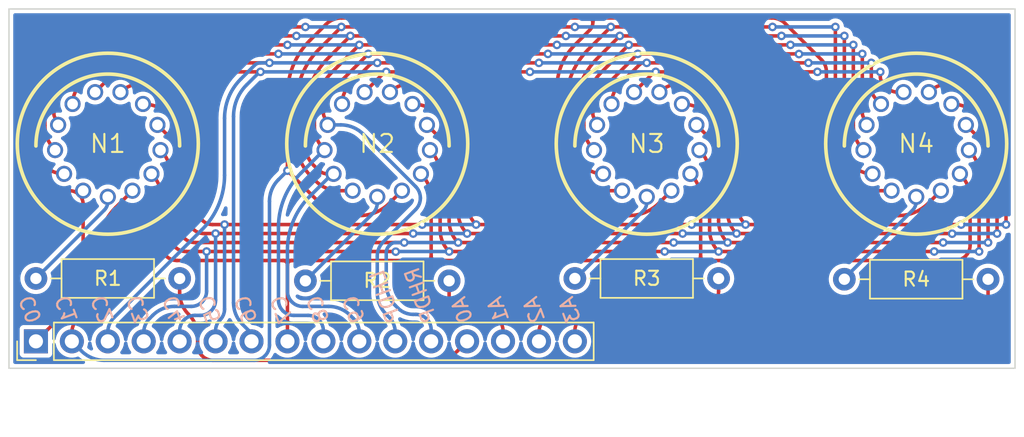
<source format=kicad_pcb>
(kicad_pcb (version 20211014) (generator pcbnew)
  (layers (0 "F.Cu" signal) (31 "B.Cu" signal) (34 "B.Paste" user) (35 "F.Paste" user) (36 "B.SilkS" user "B.Silkscreen") (37 "F.SilkS" user "F.Silkscreen") (38 "B.Mask" user) (39 "F.Mask" user) (44 "Edge.Cuts" user))
  (net 0 "")
  (net 1 "/C0")
  (net 2 "/C1")
  (net 3 "/C2")
  (net 4 "/C3")
  (net 5 "/C4")
  (net 6 "/C5")
  (net 7 "/C6")
  (net 8 "/C7")
  (net 9 "/C8")
  (net 10 "/C9")
  (net 11 "/A0")
  (net 12 "/CA")
  (net 13 "/CB")
  (net 14 "/A1")
  (net 15 "/A2")
  (net 16 "/A3")
  (net 17 "Net-(N1-PadA)")
  (net 18 "Net-(N2-PadA)")
  (net 19 "Net-(N3-PadA)")
  (net 20 "Net-(N4-PadA)")
  (footprint "nixies-us.mod:nixies-us-IN-16" (layer "F.Cu") (at 44.45 25.4)
    (fp_text reference "N2")
    (fp_text value "IN-16" hide)
  )
  (footprint "Resistor_THT:R_Axial_DIN0207_L6.3mm_D2.5mm_P10.16mm_Horizontal" (layer "F.Cu") (at 58.42 34.925)
    (fp_text reference "R3")
    (fp_text value "22k")
  )
  (footprint "Resistor_THT:R_Axial_DIN0207_L6.3mm_D2.5mm_P10.16mm_Horizontal" (layer "F.Cu") (at 20.32 34.925)
    (fp_text reference "R1")
    (fp_text value "22k")
  )
  (footprint "nixies-us.mod:nixies-us-IN-16" (layer "F.Cu") (at 82.55 25.4)
    (fp_text reference "N4")
    (fp_text value "IN-16" hide)
  )
  (footprint "Connector_PinHeader_2.54mm:PinHeader_1x16_P2.54mm_Vertical" (layer "F.Cu") (at 20.32 39.37 90)
    (fp_text reference "J1" hide)
    (fp_text value "Conn_01x16_Male")
  )
  (footprint "Resistor_THT:R_Axial_DIN0207_L6.3mm_D2.5mm_P10.16mm_Horizontal" (layer "F.Cu") (at 39.37 35.09088)
    (fp_text reference "R2")
    (fp_text value "22k")
  )
  (footprint "nixies-us.mod:nixies-us-IN-16" (layer "F.Cu") (at 25.4 25.4)
    (fp_text reference "N1")
    (fp_text value "IN-16" hide)
  )
  (footprint "Resistor_THT:R_Axial_DIN0207_L6.3mm_D2.5mm_P10.16mm_Horizontal" (layer "F.Cu") (at 77.47 34.98088)
    (fp_text reference "R4")
    (fp_text value "22k")
  )
  (footprint "nixies-us.mod:nixies-us-IN-16" (layer "F.Cu") (at 63.5 25.4)
    (fp_text reference "N3")
    (fp_text value "IN-16" hide)
  )
  (gr_line (start 89.535 15.875) (end 89.535 41.275) (layer "Edge.Cuts") (width 0.1))
  (gr_line (start 89.535 41.275) (end 18.415 41.275) (layer "Edge.Cuts") (width 0.1))
  (gr_line (start 18.415 41.275) (end 18.415 15.875) (layer "Edge.Cuts") (width 0.1))
  (gr_line (start 18.415 15.875) (end 89.535 15.875) (layer "Edge.Cuts") (width 0.1))
  (gr_text "IN-16 Carrier Board Rev 1" (at 76.835 40.005) (layer "F.Cu") (effects (font (size 1.2 1.2) (thickness 0.2))))
  (gr_text "C1" (at 22.86 38.1 110) (layer "B.SilkS") (effects (font (size 1 1)) (justify right mirror)))
  (gr_text "C4" (at 30.48 38.1 110) (layer "B.SilkS") (effects (font (size 1 1)) (justify right mirror)))
  (gr_text "A1" (at 53.339926 38.088387 110) (layer "B.SilkS") (effects (font (size 1 1)) (justify right mirror)))
  (gr_text "A3" (at 58.419634 38.088387 110) (layer "B.SilkS") (effects (font (size 1 1)) (justify right mirror)))
  (gr_text "C5" (at 33.008753 38.088241 110) (layer "B.SilkS") (effects (font (size 1 1)) (justify right mirror)))
  (gr_text "A2" (at 55.87978 38.088387 110) (layer "B.SilkS") (effects (font (size 1 1)) (justify right mirror)))
  (gr_text "C2" (at 25.4 38.1 110) (layer "B.SilkS") (effects (font (size 1 1)) (justify right mirror)))
  (gr_text "C9" (at 43.18 38.1 110) (layer "B.SilkS") (effects (font (size 1 1)) (justify right mirror)))
  (gr_text "C8" (at 40.64 38.1 110) (layer "B.SilkS") (effects (font (size 1 1)) (justify right mirror)))
  (gr_text "LHDP" (at 45.72 38.1 110) (layer "B.SilkS") (effects (font (size 1 1)) (justify right mirror)))
  (gr_text "C7" (at 38.08846 38.099999 110) (layer "B.SilkS") (effects (font (size 1 1)) (justify right mirror)))
  (gr_text "A0" (at 50.8 38.1 110) (layer "B.SilkS") (effects (font (size 1 1)) (justify right mirror)))
  (gr_text "C3" (at 27.929046 38.088241 110) (layer "B.SilkS") (effects (font (size 1 1)) (justify right mirror)))
  (gr_text "C0" (at 20.309485 38.099999 110) (layer "B.SilkS") (effects (font (size 1 1)) (justify right mirror)))
  (gr_text "RHDP" (at 48.26 38.1 110) (layer "B.SilkS") (effects (font (size 1 1)) (justify right mirror)))
  (gr_text "C6" (at 35.548607 38.099999 110) (layer "B.SilkS") (effects (font (size 1 1)) (justify right mirror)))
  (segment (start 59.158412 28.043412) (end 58.81116 27.69616) (width 0.25) (layer "F.Cu") (net 1))
  (segment (start 41.74744 28.72232) (end 42.70756 28.72232) (width 0.25) (layer "F.Cu") (net 1))
  (segment (start 41.91 17.145) (end 58.42 17.145) (width 0.25) (layer "F.Cu") (net 1))
  (segment (start 60.96 17.145) (end 72.39 17.145) (width 0.25) (layer "F.Cu") (net 1))
  (segment (start 76.835 25.21879) (end 76.835 17.145) (width 0.25) (layer "F.Cu") (net 1))
  (segment (start 77.86116 27.69616) (end 78.208412 28.043412) (width 0.25) (layer "F.Cu") (net 1))
  (segment (start 60.79744 28.72232) (end 61.75756 28.72232) (width 0.25) (layer "F.Cu") (net 1))
  (segment (start 41.91 17.145) (end 40.3225 18.7325) (width 0.25) (layer "F.Cu") (net 1))
  (segment (start 40.108412 28.043412) (end 39.76116 27.69616) (width 0.25) (layer "F.Cu") (net 1))
  (segment (start 21.058412 28.043412) (end 20.71116 27.69616) (width 0.25) (layer "F.Cu") (net 1))
  (segment (start 60.96 17.145) (end 59.3725 18.7325) (width 0.25) (layer "F.Cu") (net 1))
  (segment (start 23.65756 33.778476) (end 23.65756 29.68244) (width 0.25) (layer "F.Cu") (net 1))
  (segment (start 22.063767 37.626232) (end 20.32 39.37) (width 0.25) (layer "F.Cu") (net 1))
  (segment (start 19.685 22.565064) (end 19.685 25.21879) (width 0.25) (layer "F.Cu") (net 1))
  (segment (start 79.84744 28.72232) (end 80.80756 28.72232) (width 0.25) (layer "F.Cu") (net 1))
  (segment (start 38.735 25.21879) (end 38.735 22.565064) (width 0.25) (layer "F.Cu") (net 1))
  (segment (start 25.105064 17.145) (end 39.37 17.145) (width 0.25) (layer "F.Cu") (net 1))
  (segment (start 57.785 25.21879) (end 57.785 22.565064) (width 0.25) (layer "F.Cu") (net 1))
  (via (at 41.91 17.145) (size 0.6) (drill 0.3) (layers "F.Cu" "B.Cu") (net 1))
  (via (at 72.39 17.145) (size 0.6) (drill 0.3) (layers "F.Cu" "B.Cu") (net 1))
  (via (at 76.835 17.145) (size 0.6) (drill 0.3) (layers "F.Cu" "B.Cu") (net 1))
  (via (at 60.96 17.145) (size 0.6) (drill 0.3) (layers "F.Cu" "B.Cu") (net 1))
  (via (at 39.37 17.145) (size 0.6) (drill 0.3) (layers "F.Cu" "B.Cu") (net 1))
  (via (at 58.42 17.145) (size 0.6) (drill 0.3) (layers "F.Cu" "B.Cu") (net 1))
  (arc (start 23.65756 33.778476) (mid 23.243346 35.860866) (end 22.063767 37.626232) (width 0.25) (layer "F.Cu") (net 1))
  (arc (start 21.058412 28.043412) (mid 21.810404 28.545877) (end 22.69744 28.72232) (width 0.25) (layer "F.Cu") (net 1))
  (arc (start 59.3725 18.7325) (mid 58.197577 20.490895) (end 57.785 22.565064) (width 0.25) (layer "F.Cu") (net 1))
  (arc (start 23.65756 29.68244) (mid 23.376347 29.003532) (end 22.69744 28.72232) (width 0.25) (layer "F.Cu") (net 1))
  (arc (start 38.735 25.21879) (mid 39.00169 26.559533) (end 39.76116 27.69616) (width 0.25) (layer "F.Cu") (net 1))
  (arc (start 76.835 25.21879) (mid 77.10169 26.559533) (end 77.86116 27.69616) (width 0.25) (layer "F.Cu") (net 1))
  (arc (start 78.208412 28.043412) (mid 78.960404 28.545877) (end 79.84744 28.72232) (width 0.25) (layer "F.Cu") (net 1))
  (arc (start 25.105064 17.145) (mid 23.030895 17.557577) (end 21.2725 18.7325) (width 0.25) (layer "F.Cu") (net 1))
  (arc (start 40.3225 18.7325) (mid 39.147577 20.490895) (end 38.735 22.565064) (width 0.25) (layer "F.Cu") (net 1))
  (arc (start 21.2725 18.7325) (mid 20.097577 20.490895) (end 19.685 22.565064) (width 0.25) (layer "F.Cu") (net 1))
  (arc (start 40.108412 28.043412) (mid 40.860404 28.545877) (end 41.74744 28.72232) (width 0.25) (layer "F.Cu") (net 1))
  (arc (start 59.158412 28.043412) (mid 59.910404 28.545877) (end 60.79744 28.72232) (width 0.25) (layer "F.Cu") (net 1))
  (arc (start 57.785 25.21879) (mid 58.05169 26.559533) (end 58.81116 27.69616) (width 0.25) (layer "F.Cu") (net 1))
  (arc (start 19.685 25.21879) (mid 19.95169 26.559533) (end 20.71116 27.69616) (width 0.25) (layer "F.Cu") (net 1))
  (segment (start 41.91 17.145) (end 39.37 17.145) (width 0.25) (layer "B.Cu") (net 1))
  (segment (start 76.835 17.145) (end 72.39 17.145) (width 0.25) (layer "B.Cu") (net 1))
  (segment (start 60.96 17.145) (end 58.42 17.145) (width 0.25) (layer "B.Cu") (net 1))
  (segment (start 76.2 20.298732) (end 76.2 25.059935) (width 0.25) (layer "F.Cu") (net 2))
  (segment (start 61.90488 30.48) (end 62.241892 30.48) (width 0.25) (layer "F.Cu") (net 2))
  (segment (start 60.0075 16.51) (end 72.338431 16.51) (width 0.25) (layer "F.Cu") (net 2))
  (segment (start 22.86 38.77056) (end 22.86 39.37) (width 0.25) (layer "F.Cu") (net 2))
  (segment (start 25.95372 29.91104) (end 27.14244 28.72232) (width 0.25) (layer "F.Cu") (net 2))
  (segment (start 40.157856 29.362856) (end 38.1 27.305) (width 0.25) (layer "F.Cu") (net 2))
  (segment (start 64.3636 29.60116) (end 65.24244 28.72232) (width 0.25) (layer "F.Cu") (net 2))
  (segment (start 59.3725 16.51) (end 60.0075 16.51) (width 0.25) (layer "F.Cu") (net 2))
  (segment (start 24.765 34.919081) (end 24.765 32.780863) (width 0.25) (layer "F.Cu") (net 2))
  (segment (start 73.293675 16.905675) (end 75.855828 19.467828) (width 0.25) (layer "F.Cu") (net 2))
  (segment (start 23.812499 37.218619) (end 23.283868 37.747251) (width 0.25) (layer "F.Cu") (net 2))
  (segment (start 45.3136 29.60116) (end 46.19244 28.72232) (width 0.25) (layer "F.Cu") (net 2))
  (segment (start 39.6875 18.0975) (end 40.813919 16.971081) (width 0.25) (layer "F.Cu") (net 2))
  (segment (start 38.1 26.3525) (end 38.1 26.9875) (width 0.25) (layer "F.Cu") (net 2))
  (segment (start 38.1 26.9875) (end 38.1 27.305) (width 0.25) (layer "F.Cu") (net 2))
  (segment (start 78.257856 29.362856) (end 77.7875 28.8925) (width 0.25) (layer "F.Cu") (net 2))
  (segment (start 58.419999 18.414999) (end 59.465493 17.369506) (width 0.25) (layer "F.Cu") (net 2))
  (segment (start 83.4136 29.60116) (end 84.29244 28.72232) (width 0.25) (layer "F.Cu") (net 2))
  (segment (start 57.15 25.059935) (end 57.15 21.481051) (width 0.25) (layer "F.Cu") (net 2))
  (segment (start 80.95488 30.48) (end 81.291892 30.48) (width 0.25) (layer "F.Cu") (net 2))
  (segment (start 59.3725 16.51) (end 41.927067 16.51) (width 0.25) (layer "F.Cu") (net 2))
  (segment (start 59.207856 29.362856) (end 58.7375 28.8925) (width 0.25) (layer "F.Cu") (net 2))
  (segment (start 38.1 26.3525) (end 38.1 21.930064) (width 0.25) (layer "F.Cu") (net 2))
  (segment (start 42.85488 30.48) (end 43.191892 30.48) (width 0.25) (layer "F.Cu") (net 2))
  (via (at 38.1 27.305) (size 0.6) (drill 0.3) (layers "F.Cu" "B.Cu") (net 2))
  (arc (start 23.283868 37.747251) (mid 22.970159 38.216749) (end 22.86 38.77056) (width 0.25) (layer "F.Cu") (net 2))
  (arc (start 64.3636 29.60116) (mid 63.390152 30.251596) (end 62.241892 30.48) (width 0.25) (layer "F.Cu") (net 2))
  (arc (start 58.419999 18.414999) (mid 57.480061 19.821715) (end 57.15 21.481051) (width 0.25) (layer "F.Cu") (net 2))
  (arc (start 57.15 25.059935) (mid 57.562577 27.134104) (end 58.7375 28.8925) (width 0.25) (layer "F.Cu") (net 2))
  (arc (start 39.6875 18.0975) (mid 38.512577 19.855895) (end 38.1 21.930064) (width 0.25) (layer "F.Cu") (net 2))
  (arc (start 59.207856 29.362856) (mid 60.445261 30.189663) (end 61.90488 30.48) (width 0.25) (layer "F.Cu") (net 2))
  (arc (start 78.257856 29.362856) (mid 79.495261 30.189663) (end 80.95488 30.48) (width 0.25) (layer "F.Cu") (net 2))
  (arc (start 40.157856 29.362856) (mid 41.395261 30.189663) (end 42.85488 30.48) (width 0.25) (layer "F.Cu") (net 2))
  (arc (start 24.765 34.919081) (mid 24.517453 36.163582) (end 23.812499 37.218619) (width 0.25) (layer "F.Cu") (net 2))
  (arc (start 73.293675 16.905675) (mid 72.855405 16.612833) (end 72.338431 16.51) (width 0.25) (layer "F.Cu") (net 2))
  (arc (start 59.69 16.8275) (mid 59.597006 16.602993) (end 59.3725 16.51) (width 0.25) (layer "F.Cu") (net 2))
  (arc (start 41.927067 16.51) (mid 41.324636 16.629831) (end 40.813919 16.971081) (width 0.25) (layer "F.Cu") (net 2))
  (arc (start 83.4136 29.60116) (mid 82.440152 30.251596) (end 81.291892 30.48) (width 0.25) (layer "F.Cu") (net 2))
  (arc (start 45.3136 29.60116) (mid 44.340152 30.251596) (end 43.191892 30.48) (width 0.25) (layer "F.Cu") (net 2))
  (arc (start 25.95372 29.91104) (mid 25.073938 31.227726) (end 24.765 32.780863) (width 0.25) (layer "F.Cu") (net 2))
  (arc (start 60.0075 16.51) (mid 59.782993 16.602993) (end 59.69 16.8275) (width 0.25) (layer "F.Cu") (net 2))
  (arc (start 59.69 16.8275) (mid 59.631652 17.120831) (end 59.465493 17.369506) (width 0.25) (layer "F.Cu") (net 2))
  (arc (start 76.2 20.298732) (mid 76.110553 19.84905) (end 75.855828 19.467828) (width 0.25) (layer "F.Cu") (net 2))
  (arc (start 76.2 25.059935) (mid 76.612577 27.134104) (end 77.7875 28.8925) (width 0.25) (layer "F.Cu") (net 2))
  (segment (start 37.465 27.94) (end 38.1 27.305) (width 0.25) (layer "B.Cu") (net 2))
  (segment (start 23.53056 40.04056) (end 22.86 39.37) (width 0.25) (layer "B.Cu") (net 2))
  (segment (start 25.149435 40.71112) (end 35.745987 40.71112) (width 0.25) (layer "B.Cu") (net 2))
  (segment (start 36.83 39.627107) (end 36.83 29.473025) (width 0.25) (layer "B.Cu") (net 2))
  (arc (start 37.465 27.94) (mid 36.995031 28.643357) (end 36.83 29.473025) (width 0.25) (layer "B.Cu") (net 2))
  (arc (start 36.5125 40.39362) (mid 36.16082 40.628604) (end 35.745987 40.71112) (width 0.25) (layer "B.Cu") (net 2))
  (arc (start 23.53056 40.04056) (mid 24.273306 40.536847) (end 25.149435 40.71112) (width 0.25) (layer "B.Cu") (net 2))
  (arc (start 36.83 39.627107) (mid 36.747484 40.04194) (end 36.5125 40.39362) (width 0.25) (layer "B.Cu") (net 2))
  (segment (start 42.529776 21.217153) (end 43.924726 19.822203) (width 0.25) (layer "F.Cu") (net 3))
  (segment (start 63.5 19.685) (end 63.305965 19.685) (width 0.25) (layer "F.Cu") (net 3))
  (segment (start 79.375 19.685) (end 79.375 21.420026) (width 0.25) (layer "F.Cu") (net 3))
  (segment (start 23.479742 21.217187) (end 23.961365 20.735565) (width 0.25) (layer "F.Cu") (net 3))
  (segment (start 44.45 19.685) (end 55.88 19.685) (width 0.25) (layer "F.Cu") (net 3))
  (segment (start 61.57975 21.217179) (end 62.974726 19.822203) (width 0.25) (layer "F.Cu") (net 3))
  (segment (start 44.45 19.685) (end 44.255965 19.685) (width 0.25) (layer "F.Cu") (net 3))
  (segment (start 79.7179 22.24786) (end 80.0608 22.59076) (width 0.25) (layer "F.Cu") (net 3))
  (segment (start 26.497653 19.685) (end 36.83 19.685) (width 0.25) (layer "F.Cu") (net 3))
  (segment (start 63.5 19.685) (end 74.93 19.685) (width 0.25) (layer "F.Cu") (net 3))
  (via (at 44.45 19.685) (size 0.6) (drill 0.3) (layers "F.Cu" "B.Cu") (net 3))
  (via (at 79.375 19.685) (size 0.6) (drill 0.3) (layers "F.Cu" "B.Cu") (net 3))
  (via (at 74.93 19.685) (size 0.6) (drill 0.3) (layers "F.Cu" "B.Cu") (net 3))
  (via (at 63.5 19.685) (size 0.6) (drill 0.3) (layers "F.Cu" "B.Cu") (net 3))
  (via (at 36.83 19.685) (size 0.6) (drill 0.3) (layers "F.Cu" "B.Cu") (net 3))
  (via (at 55.88 19.685) (size 0.6) (drill 0.3) (layers "F.Cu" "B.Cu") (net 3))
  (arc (start 44.255965 19.685) (mid 44.076699 19.720657) (end 43.924726 19.822203) (width 0.25) (layer "F.Cu") (net 3))
  (arc (start 79.375 21.420026) (mid 79.464116 21.868046) (end 79.7179 22.24786) (width 0.25) (layer "F.Cu") (net 3))
  (arc (start 23.479742 21.217187) (mid 23.058664 21.847375) (end 22.9108 22.59076) (width 0.25) (layer "F.Cu") (net 3))
  (arc (start 61.57975 21.217179) (mid 61.158666 21.847376) (end 61.0108 22.59076) (width 0.25) (layer "F.Cu") (net 3))
  (arc (start 26.497653 19.685) (mid 25.125023 19.958032) (end 23.961365 20.735565) (width 0.25) (layer "F.Cu") (net 3))
  (arc (start 63.305965 19.685) (mid 63.126699 19.720657) (end 62.974726 19.822203) (width 0.25) (layer "F.Cu") (net 3))
  (arc (start 42.529776 21.217153) (mid 42.108673 21.847379) (end 41.9608 22.59076) (width 0.25) (layer "F.Cu") (net 3))
  (segment (start 25.4 38.751895) (end 25.4 39.37) (width 0.25) (layer "B.Cu") (net 3))
  (segment (start 35.773334 19.858471) (end 34.800903 20.830903) (width 0.25) (layer "B.Cu") (net 3))
  (segment (start 32.061207 31.472582) (end 25.837066 37.696723) (width 0.25) (layer "B.Cu") (net 3))
  (segment (start 63.5 19.685) (end 55.88 19.685) (width 0.25) (layer "B.Cu") (net 3))
  (segment (start 44.45 19.685) (end 36.83 19.685) (width 0.25) (layer "B.Cu") (net 3))
  (segment (start 33.655 27.624826) (end 33.655 23.597359) (width 0.25) (layer "B.Cu") (net 3))
  (segment (start 79.375 19.685) (end 74.93 19.685) (width 0.25) (layer "B.Cu") (net 3))
  (segment (start 36.19213 19.685) (end 36.83 19.685) (width 0.25) (layer "B.Cu") (net 3))
  (arc (start 36.19213 19.685) (mid 35.965479 19.730084) (end 35.773334 19.858471) (width 0.25) (layer "B.Cu") (net 3))
  (arc (start 25.837066 37.696723) (mid 25.513589 38.18084) (end 25.4 38.751895) (width 0.25) (layer "B.Cu") (net 3))
  (arc (start 33.655 27.624826) (mid 33.240786 29.707216) (end 32.061207 31.472582) (width 0.25) (layer "B.Cu") (net 3))
  (arc (start 34.800903 20.830903) (mid 33.95281 22.100163) (end 33.655 23.597359) (width 0.25) (layer "B.Cu") (net 3))
  (segment (start 64.77 33.02) (end 49.53 33.02) (width 0.25) (layer "F.Cu") (net 4))
  (segment (start 29.128898 25.854838) (end 29.12618 25.85212) (width 0.25) (layer "F.Cu") (net 4))
  (segment (start 48.895 27.587487) (end 48.895 31.486978) (width 0.25) (layer "F.Cu") (net 4))
  (segment (start 67.945 27.587561) (end 67.945 31.487054) (width 0.25) (layer "F.Cu") (net 4))
  (segment (start 86.995 27.587549) (end 86.995 33.02) (width 0.25) (layer "F.Cu") (net 4))
  (segment (start 45.755 33.0305) (end 45.74975 33.02525) (width 0.25) (layer "F.Cu") (net 4))
  (segment (start 30.929012 33.02) (end 45.737075 33.02) (width 0.25) (layer "F.Cu") (net 4))
  (segment (start 83.82 33.02) (end 68.58 33.02) (width 0.25) (layer "F.Cu") (net 4))
  (segment (start 29.845 31.935987) (end 29.845 27.583662) (width 0.25) (layer "F.Cu") (net 4))
  (via (at 64.77 33.02) (size 0.6) (drill 0.3) (layers "F.Cu" "B.Cu") (net 4))
  (via (at 68.58 33.02) (size 0.6) (drill 0.3) (layers "F.Cu" "B.Cu") (net 4))
  (via (at 45.755 33.0305) (size 0.6) (drill 0.3) (layers "F.Cu" "B.Cu") (net 4))
  (via (at 32.385 33.02) (size 0.6) (drill 0.3) (layers "F.Cu" "B.Cu") (net 4))
  (via (at 49.53 33.02) (size 0.6) (drill 0.3) (layers "F.Cu" "B.Cu") (net 4))
  (via (at 86.995 33.02) (size 0.6) (drill 0.3) (layers "F.Cu" "B.Cu") (net 4))
  (via (at 83.82 33.02) (size 0.6) (drill 0.3) (layers "F.Cu" "B.Cu") (net 4))
  (arc (start 45.74975 33.02525) (mid 45.743934 33.021364) (end 45.737075 33.02) (width 0.25) (layer "F.Cu") (net 4))
  (arc (start 29.128898 25.854838) (mid 29.658891 26.648029) (end 29.845 27.583662) (width 0.25) (layer "F.Cu") (net 4))
  (arc (start 67.22618 25.85212) (mid 67.758175 26.648326) (end 67.945 27.587561) (width 0.25) (layer "F.Cu") (net 4))
  (arc (start 86.27618 25.85212) (mid 86.808177 26.648325) (end 86.995 27.587549) (width 0.25) (layer "F.Cu") (net 4))
  (arc (start 48.895 31.486978) (mid 49.06003 32.316641) (end 49.53 33.02) (width 0.25) (layer "F.Cu") (net 4))
  (arc (start 29.845 31.935987) (mid 29.927515 32.35082) (end 30.1625 32.7025) (width 0.25) (layer "F.Cu") (net 4))
  (arc (start 30.1625 32.7025) (mid 30.514178 32.937484) (end 30.929012 33.02) (width 0.25) (layer "F.Cu") (net 4))
  (arc (start 67.945 31.487054) (mid 68.110016 32.316647) (end 68.58 33.02) (width 0.25) (layer "F.Cu") (net 4))
  (arc (start 48.17618 25.85212) (mid 48.708188 26.64832) (end 48.895 27.587487) (width 0.25) (layer "F.Cu") (net 4))
  (segment (start 45.772924 33.02) (end 49.53 33.02) (width 0.25) (layer "B.Cu") (net 4))
  (segment (start 28.574999 37.536119) (end 28.363868 37.747251) (width 0.25) (layer "B.Cu") (net 4))
  (segment (start 32.385 35.817107) (end 32.385 33.02) (width 0.25) (layer "B.Cu") (net 4))
  (segment (start 68.58 33.02) (end 64.77 33.02) (width 0.25) (layer "B.Cu") (net 4))
  (segment (start 27.94 38.77056) (end 27.94 39.37) (width 0.25) (layer "B.Cu") (net 4))
  (segment (start 30.108025 36.90112) (end 31.300987 36.90112) (width 0.25) (layer "B.Cu") (net 4))
  (segment (start 83.82 33.02) (end 86.995 33.02) (width 0.25) (layer "B.Cu") (net 4))
  (segment (start 45.76025 33.02525) (end 45.755 33.0305) (width 0.25) (layer "B.Cu") (net 4))
  (arc (start 32.385 35.817107) (mid 32.302484 36.23194) (end 32.0675 36.58362) (width 0.25) (layer "B.Cu") (net 4))
  (arc (start 28.363868 37.747251) (mid 28.050159 38.216749) (end 27.94 38.77056) (width 0.25) (layer "B.Cu") (net 4))
  (arc (start 45.772924 33.02) (mid 45.766065 33.021364) (end 45.76025 33.02525) (width 0.25) (layer "B.Cu") (net 4))
  (arc (start 32.0675 36.58362) (mid 31.71582 36.818604) (end 31.300987 36.90112) (width 0.25) (layer "B.Cu") (net 4))
  (arc (start 30.108025 36.90112) (mid 29.278357 37.06615) (end 28.574999 37.536119) (width 0.25) (layer "B.Cu") (net 4))
  (segment (start 67.784354 23.334354) (end 68.12788 23.67788) (width 0.25) (layer "F.Cu") (net 5))
  (segment (start 69.215 26.302419) (end 69.215 30.21698) (width 0.25) (layer "F.Cu") (net 5))
  (segment (start 69.85 31.75) (end 85.072075 31.75) (width 0.25) (layer "F.Cu") (net 5))
  (segment (start 29.684349 23.334349) (end 30.02788 23.67788) (width 0.25) (layer "F.Cu") (net 5))
  (segment (start 33.02 31.75) (end 46.99 31.75) (width 0.25) (layer "F.Cu") (net 5))
  (segment (start 86.834323 23.334323) (end 87.17788 23.67788) (width 0.25) (layer "F.Cu") (net 5))
  (segment (start 49.07788 23.67788) (end 48.734353 23.334353) (width 0.25) (layer "F.Cu") (net 5))
  (segment (start 88.265 31.75) (end 88.265 26.302419) (width 0.25) (layer "F.Cu") (net 5))
  (segment (start 50.8 31.75) (end 66.04 31.75) (width 0.25) (layer "F.Cu") (net 5))
  (segment (start 50.165 26.302419) (end 50.165 30.21699) (width 0.25) (layer "F.Cu") (net 5))
  (segment (start 32.198761 31.749853) (end 33.019749 31.749853) (width 0.25) (layer "F.Cu") (net 5))
  (segment (start 33.02 31.75) (end 33.019926 31.749926) (width 0.25) (layer "F.Cu") (net 5))
  (segment (start 31.115 30.666091) (end 31.115 26.302419) (width 0.25) (layer "F.Cu") (net 5))
  (segment (start 85.09 31.7605) (end 85.08475 31.75525) (width 0.25) (layer "F.Cu") (net 5))
  (via (at 69.85 31.75) (size 0.6) (drill 0.3) (layers "F.Cu" "B.Cu") (net 5))
  (via (at 66.04 31.75) (size 0.6) (drill 0.3) (layers "F.Cu" "B.Cu") (net 5))
  (via (at 33.02 31.75) (size 0.6) (drill 0.3) (layers "F.Cu" "B.Cu") (net 5))
  (via (at 46.99 31.75) (size 0.6) (drill 0.3) (layers "F.Cu" "B.Cu") (net 5))
  (via (at 50.8 31.75) (size 0.6) (drill 0.3) (layers "F.Cu" "B.Cu") (net 5))
  (via (at 88.265 31.75) (size 0.6) (drill 0.3) (layers "F.Cu" "B.Cu") (net 5))
  (via (at 85.09 31.7605) (size 0.6) (drill 0.3) (layers "F.Cu" "B.Cu") (net 5))
  (arc (start 87.17788 23.67788) (mid 87.982466 24.882028) (end 88.265 26.302419) (width 0.25) (layer "F.Cu") (net 5))
  (arc (start 67.784354 23.334354) (mid 66.960713 22.784014) (end 65.9892 22.59076) (width 0.25) (layer "F.Cu") (net 5))
  (arc (start 33.019926 31.749926) (mid 33.019844 31.749871) (end 33.019749 31.749853) (width 0.25) (layer "F.Cu") (net 5))
  (arc (start 86.834323 23.334323) (mid 86.010715 22.784006) (end 85.0392 22.59076) (width 0.25) (layer "F.Cu") (net 5))
  (arc (start 29.684349 23.334349) (mid 28.860713 22.784013) (end 27.8892 22.59076) (width 0.25) (layer "F.Cu") (net 5))
  (arc (start 31.115 30.666091) (mid 31.197496 31.080828) (end 31.432426 31.432426) (width 0.25) (layer "F.Cu") (net 5))
  (arc (start 68.12788 23.67788) (mid 68.932466 24.882028) (end 69.215 26.302419) (width 0.25) (layer "F.Cu") (net 5))
  (arc (start 31.432426 31.432426) (mid 31.784023 31.667356) (end 32.198761 31.749853) (width 0.25) (layer "F.Cu") (net 5))
  (arc (start 69.215 30.21698) (mid 69.38003 31.046641) (end 69.85 31.75) (width 0.25) (layer "F.Cu") (net 5))
  (arc (start 48.734353 23.334353) (mid 47.910712 22.784014) (end 46.9392 22.59076) (width 0.25) (layer "F.Cu") (net 5))
  (arc (start 49.07788 23.67788) (mid 49.882466 24.882028) (end 50.165 26.302419) (width 0.25) (layer "F.Cu") (net 5))
  (arc (start 30.02788 23.67788) (mid 30.832466 24.882028) (end 31.115 26.302419) (width 0.25) (layer "F.Cu") (net 5))
  (arc (start 85.08475 31.75525) (mid 85.078934 31.751364) (end 85.072075 31.75) (width 0.25) (layer "F.Cu") (net 5))
  (arc (start 50.165 30.21699) (mid 50.330028 31.046642) (end 50.8 31.75) (width 0.25) (layer "F.Cu") (net 5))
  (segment (start 33.02 36.452107) (end 33.02 31.75) (width 0.25) (layer "B.Cu") (net 5))
  (segment (start 85.09525 31.75525) (end 85.09 31.7605) (width 0.25) (layer "B.Cu") (net 5))
  (segment (start 30.48 38.620132) (end 30.48 39.37) (width 0.25) (layer "B.Cu") (net 5))
  (segment (start 31.564012 37.53612) (end 31.935987 37.53612) (width 0.25) (layer "B.Cu") (net 5))
  (segment (start 88.265 31.75) (end 85.107924 31.75) (width 0.25) (layer "B.Cu") (net 5))
  (segment (start 66.04 31.75) (end 69.85 31.75) (width 0.25) (layer "B.Cu") (net 5))
  (segment (start 50.8 31.75) (end 46.99 31.75) (width 0.25) (layer "B.Cu") (net 5))
  (arc (start 33.02 36.452107) (mid 32.937484 36.86694) (end 32.7025 37.21862) (width 0.25) (layer "B.Cu") (net 5))
  (arc (start 31.564012 37.53612) (mid 31.149178 37.618635) (end 30.7975 37.85362) (width 0.25) (layer "B.Cu") (net 5))
  (arc (start 32.7025 37.21862) (mid 32.35082 37.453604) (end 31.935987 37.53612) (width 0.25) (layer "B.Cu") (net 5))
  (arc (start 30.7975 37.85362) (mid 30.562515 38.205298) (end 30.48 38.620132) (width 0.25) (layer "B.Cu") (net 5))
  (arc (start 85.107924 31.75) (mid 85.101065 31.751364) (end 85.09525 31.75525) (width 0.25) (layer "B.Cu") (net 5))
  (segment (start 31.783937 30.088921) (end 31.783937 26.269556) (width 0.25) (layer "F.Cu") (net 6))
  (segment (start 67.592233 21.872233) (end 68.37807 22.65807) (width 0.25) (layer "F.Cu") (net 6))
  (segment (start 65.770207 21.186141) (end 65.93586 21.186141) (width 0.25) (layer "F.Cu") (net 6))
  (segment (start 32.810015 31.115) (end 33.655 31.115) (width 0.25) (layer "F.Cu") (net 6))
  (segment (start 86.642233 21.872233) (end 87.42807 22.65807) (width 0.25) (layer "F.Cu") (net 6))
  (segment (start 69.85 26.211622) (end 69.85 29.581942) (width 0.25) (layer "F.Cu") (net 6))
  (segment (start 33.655 31.115) (end 47.625 31.115) (width 0.25) (layer "F.Cu") (net 6))
  (segment (start 70.485 31.115) (end 85.725 31.115) (width 0.25) (layer "F.Cu") (net 6))
  (segment (start 51.435 31.115) (end 66.675 31.115) (width 0.25) (layer "F.Cu") (net 6))
  (segment (start 29.492233 21.872233) (end 30.295039 22.675039) (width 0.25) (layer "F.Cu") (net 6))
  (segment (start 84.820236 21.186141) (end 84.98586 21.186141) (width 0.25) (layer "F.Cu") (net 6))
  (segment (start 50.8 26.211622) (end 50.8 29.581981) (width 0.25) (layer "F.Cu") (net 6))
  (segment (start 48.542233 21.872233) (end 49.32807 22.65807) (width 0.25) (layer "F.Cu") (net 6))
  (segment (start 27.83586 21.186141) (end 27.670224 21.186141) (width 0.25) (layer "F.Cu") (net 6))
  (segment (start 88.9 31.115) (end 88.9 26.211622) (width 0.25) (layer "F.Cu") (net 6))
  (segment (start 46.88586 21.186141) (end 46.720224 21.186141) (width 0.25) (layer "F.Cu") (net 6))
  (via (at 70.485 31.115) (size 0.6) (drill 0.3) (layers "F.Cu" "B.Cu") (net 6))
  (via (at 47.625 31.115) (size 0.6) (drill 0.3) (layers "F.Cu" "B.Cu") (net 6))
  (via (at 33.655 31.115) (size 0.6) (drill 0.3) (layers "F.Cu" "B.Cu") (net 6))
  (via (at 88.9 31.115) (size 0.6) (drill 0.3) (layers "F.Cu" "B.Cu") (net 6))
  (via (at 66.675 31.115) (size 0.6) (drill 0.3) (layers "F.Cu" "B.Cu") (net 6))
  (via (at 51.435 31.115) (size 0.6) (drill 0.3) (layers "F.Cu" "B.Cu") (net 6))
  (via (at 85.725 31.115) (size 0.6) (drill 0.3) (layers "F.Cu" "B.Cu") (net 6))
  (arc (start 32.084468 30.814468) (mid 32.417352 31.036894) (end 32.810015 31.115) (width 0.25) (layer "F.Cu") (net 6))
  (arc (start 30.295039 22.675039) (mid 31.396985 24.324217) (end 31.783937 26.269556) (width 0.25) (layer "F.Cu") (net 6))
  (arc (start 31.783937 30.088921) (mid 31.862042 30.481584) (end 32.084468 30.814468) (width 0.25) (layer "F.Cu") (net 6))
  (arc (start 87.42807 22.65807) (mid 88.517457 24.288453) (end 88.9 26.211622) (width 0.25) (layer "F.Cu") (net 6))
  (arc (start 86.642233 21.872233) (mid 85.882282 21.36445) (end 84.98586 21.186141) (width 0.25) (layer "F.Cu") (net 6))
  (arc (start 69.85 29.581942) (mid 70.015037 30.411639) (end 70.485 31.115) (width 0.25) (layer "F.Cu") (net 6))
  (arc (start 29.492233 21.872233) (mid 28.732282 21.36445) (end 27.83586 21.186141) (width 0.25) (layer "F.Cu") (net 6))
  (arc (start 27.670224 21.186141) (mid 26.926827 21.334012) (end 26.29662 21.7551) (width 0.25) (layer "F.Cu") (net 6))
  (arc (start 65.770207 21.186141) (mid 65.026826 21.334009) (end 64.39662 21.7551) (width 0.25) (layer "F.Cu") (net 6))
  (arc (start 50.8 29.581981) (mid 50.965029 30.411641) (end 51.435 31.115) (width 0.25) (layer "F.Cu") (net 6))
  (arc (start 48.542233 21.872233) (mid 47.782282 21.36445) (end 46.88586 21.186141) (width 0.25) (layer "F.Cu") (net 6))
  (arc (start 68.37807 22.65807) (mid 69.467457 24.288453) (end 69.85 26.211622) (width 0.25) (layer "F.Cu") (net 6))
  (arc (start 84.820236 21.186141) (mid 84.076828 21.334014) (end 83.44662 21.7551) (width 0.25) (layer "F.Cu") (net 6))
  (arc (start 49.32807 22.65807) (mid 50.417457 24.288453) (end 50.8 26.211622) (width 0.25) (layer "F.Cu") (net 6))
  (arc (start 67.592233 21.872233) (mid 66.832282 21.36445) (end 65.93586 21.186141) (width 0.25) (layer "F.Cu") (net 6))
  (arc (start 46.720224 21.186141) (mid 45.976827 21.334012) (end 45.34662 21.7551) (width 0.25) (layer "F.Cu") (net 6))
  (segment (start 51.435 31.115) (end 47.625 31.115) (width 0.25) (layer "B.Cu") (net 6))
  (segment (start 85.725 31.115) (end 88.9 31.115) (width 0.25) (layer "B.Cu") (net 6))
  (segment (start 33.02 38.620132) (end 33.02 39.37) (width 0.25) (layer "B.Cu") (net 6))
  (segment (start 33.655 37.087107) (end 33.655 31.115) (width 0.25) (layer "B.Cu") (net 6))
  (segment (start 66.675 31.115) (end 70.485 31.115) (width 0.25) (layer "B.Cu") (net 6))
  (arc (start 33.655 37.087107) (mid 33.572484 37.50194) (end 33.3375 37.85362) (width 0.25) (layer "B.Cu") (net 6))
  (arc (start 33.3375 37.85362) (mid 33.102515 38.205298) (end 33.02 38.620132) (width 0.25) (layer "B.Cu") (net 6))
  (segment (start 80.01 20.6375) (end 80.01 20.32) (width 0.25) (layer "F.Cu") (net 7))
  (segment (start 64.135 20.32) (end 75.565 20.32) (width 0.25) (layer "F.Cu") (net 7))
  (segment (start 80.511955 21.456955) (end 80.234506 21.179506) (width 0.25) (layer "F.Cu") (net 7))
  (segment (start 25.22093 21.03755) (end 24.50338 21.7551) (width 0.25) (layer "F.Cu") (net 7))
  (segment (start 64.004355 20.354124) (end 62.60338 21.7551) (width 0.25) (layer "F.Cu") (net 7))
  (segment (start 81.23174 21.7551) (end 81.65338 21.7551) (width 0.25) (layer "F.Cu") (net 7))
  (segment (start 44.954355 20.354124) (end 43.55338 21.7551) (width 0.25) (layer "F.Cu") (net 7))
  (segment (start 45.085 20.32) (end 55.245 20.32) (width 0.25) (layer "F.Cu") (net 7))
  (segment (start 64.135 20.32) (end 64.08674 20.32) (width 0.25) (layer "F.Cu") (net 7))
  (segment (start 36.195 20.32) (end 26.953248 20.32) (width 0.25) (layer "F.Cu") (net 7))
  (segment (start 45.085 20.32) (end 45.03674 20.32) (width 0.25) (layer "F.Cu") (net 7))
  (via (at 75.565 20.32) (size 0.6) (drill 0.3) (layers "F.Cu" "B.Cu") (net 7))
  (via (at 36.195 20.32) (size 0.6) (drill 0.3) (layers "F.Cu" "B.Cu") (net 7))
  (via (at 64.135 20.32) (size 0.6) (drill 0.3) (layers "F.Cu" "B.Cu") (net 7))
  (via (at 55.245 20.32) (size 0.6) (drill 0.3) (layers "F.Cu" "B.Cu") (net 7))
  (via (at 45.085 20.32) (size 0.6) (drill 0.3) (layers "F.Cu" "B.Cu") (net 7))
  (via (at 80.01 20.32) (size 0.6) (drill 0.3) (layers "F.Cu" "B.Cu") (net 7))
  (arc (start 80.01 20.6375) (mid 80.068347 20.930831) (end 80.234506 21.179506) (width 0.25) (layer "F.Cu") (net 7))
  (arc (start 45.03674 20.32) (mid 44.992153 20.328868) (end 44.954355 20.354124) (width 0.25) (layer "F.Cu") (net 7))
  (arc (start 26.953248 20.32) (mid 26.015724 20.506485) (end 25.22093 21.03755) (width 0.25) (layer "F.Cu") (net 7))
  (arc (start 80.511955 21.456955) (mid 80.842195 21.677614) (end 81.23174 21.7551) (width 0.25) (layer "F.Cu") (net 7))
  (arc (start 64.08674 20.32) (mid 64.042153 20.328868) (end 64.004355 20.354124) (width 0.25) (layer "F.Cu") (net 7))
  (segment (start 34.29 36.638094) (end 34.29 23.47143) (width 0.25) (layer "B.Cu") (net 7))
  (segment (start 45.085 20.32) (end 36.195 20.32) (width 0.25) (layer "B.Cu") (net 7))
  (segment (start 64.135 20.32) (end 55.245 20.32) (width 0.25) (layer "B.Cu") (net 7))
  (segment (start 34.925 38.17112) (end 35.360638 38.606758) (width 0.25) (layer "B.Cu") (net 7))
  (segment (start 36.115228 20.340836) (end 35.213032 21.243032) (width 0.25) (layer "B.Cu") (net 7))
  (segment (start 36.165532 20.32) (end 36.195 20.32) (width 0.25) (layer "B.Cu") (net 7))
  (segment (start 35.56 39.08806) (end 35.56 39.37) (width 0.25) (layer "B.Cu") (net 7))
  (segment (start 75.565 20.32) (end 80.01 20.32) (width 0.25) (layer "B.Cu") (net 7))
  (arc (start 36.165532 20.32) (mid 36.138307 20.325415) (end 36.115228 20.340836) (width 0.25) (layer "B.Cu") (net 7))
  (arc (start 35.360638 38.606758) (mid 35.508187 38.827581) (end 35.56 39.08806) (width 0.25) (layer "B.Cu") (net 7))
  (arc (start 35.213032 21.243032) (mid 34.529888 22.265429) (end 34.29 23.47143) (width 0.25) (layer "B.Cu") (net 7))
  (arc (start 34.29 36.638094) (mid 34.455031 37.467761) (end 34.925 38.17112) (width 0.25) (layer "B.Cu") (net 7))
  (segment (start 48.26 33.02) (end 48.26 33.3375) (width 0.25) (layer "F.Cu") (net 8))
  (segment (start 37.7825 33.655) (end 30.294012 33.655) (width 0.25) (layer "F.Cu") (net 8))
  (segment (start 48.26 29.272674) (end 48.26 33.02) (width 0.25) (layer "F.Cu") (net 8))
  (segment (start 67.31 33.3375) (end 67.31 33.02) (width 0.25) (layer "F.Cu") (net 8))
  (segment (start 38.4175 33.655) (end 47.9425 33.655) (width 0.25) (layer "F.Cu") (net 8))
  (segment (start 86.36 32.570987) (end 86.36 29.272616) (width 0.25) (layer "F.Cu") (net 8))
  (segment (start 37.7825 33.655) (end 38.4175 33.655) (width 0.25) (layer "F.Cu") (net 8))
  (segment (start 38.1 33.9725) (end 38.1 39.37) (width 0.25) (layer "F.Cu") (net 8))
  (segment (start 29.21 32.570987) (end 29.21 29.272559) (width 0.25) (layer "F.Cu") (net 8))
  (segment (start 85.275987 33.655) (end 67.6275 33.655) (width 0.25) (layer "F.Cu") (net 8))
  (segment (start 48.5775 33.655) (end 47.9425 33.655) (width 0.25) (layer "F.Cu") (net 8))
  (segment (start 67.6275 33.655) (end 66.9925 33.655) (width 0.25) (layer "F.Cu") (net 8))
  (segment (start 66.9925 33.655) (end 48.5775 33.655) (width 0.25) (layer "F.Cu") (net 8))
  (segment (start 67.31 31.115) (end 67.31 33.02) (width 0.25) (layer "F.Cu") (net 8))
  (segment (start 67.31 29.272606) (end 67.31 31.115) (width 0.25) (layer "F.Cu") (net 8))
  (arc (start 86.0425 33.3375) (mid 85.69082 33.572484) (end 85.275987 33.655) (width 0.25) (layer "F.Cu") (net 8))
  (arc (start 28.48864 27.53106) (mid 29.022528 28.330074) (end 29.21 29.272559) (width 0.25) (layer "F.Cu") (net 8))
  (arc (start 47.9425 33.655) (mid 48.167006 33.562006) (end 48.26 33.3375) (width 0.25) (layer "F.Cu") (net 8))
  (arc (start 67.31 33.3375) (mid 67.402993 33.562006) (end 67.6275 33.655) (width 0.25) (layer "F.Cu") (net 8))
  (arc (start 29.21 32.570987) (mid 29.292515 32.98582) (end 29.5275 33.3375) (width 0.25) (layer "F.Cu") (net 8))
  (arc (start 47.53864 27.53106) (mid 48.072507 28.330082) (end 48.26 29.272674) (width 0.25) (layer "F.Cu") (net 8))
  (arc (start 38.1 33.9725) (mid 38.007006 33.747993) (end 37.7825 33.655) (width 0.25) (layer "F.Cu") (net 8))
  (arc (start 38.4175 33.655) (mid 38.192993 33.747993) (end 38.1 33.9725) (width 0.25) (layer "F.Cu") (net 8))
  (arc (start 29.5275 33.3375) (mid 29.879178 33.572484) (end 30.294012 33.655) (width 0.25) (layer "F.Cu") (net 8))
  (arc (start 48.26 33.3375) (mid 48.352993 33.562006) (end 48.5775 33.655) (width 0.25) (layer "F.Cu") (net 8))
  (arc (start 66.58864 27.53106) (mid 67.12252 28.330077) (end 67.31 29.272606) (width 0.25) (layer "F.Cu") (net 8))
  (arc (start 86.36 32.570987) (mid 86.277484 32.98582) (end 86.0425 33.3375) (width 0.25) (layer "F.Cu") (net 8))
  (arc (start 66.9925 33.655) (mid 67.217006 33.562006) (end 67.31 33.3375) (width 0.25) (layer "F.Cu") (net 8))
  (arc (start 85.63864 27.53106) (mid 86.172518 28.330078) (end 86.36 29.272616) (width 0.25) (layer "F.Cu") (net 8))
  (segment (start 78.105 24.116801) (end 78.105 23.1775) (width 0.25) (layer "F.Cu") (net 9))
  (segment (start 60.307745 20.337254) (end 62.23 18.415) (width 0.25) (layer "F.Cu") (net 9))
  (segment (start 41.257745 20.337254) (end 43.18 18.415) (width 0.25) (layer "F.Cu") (net 9))
  (segment (start 40.005 23.36165) (end 40.005 24.116658) (width 0.25) (layer "F.Cu") (net 9))
  (segment (start 38.1 18.415) (end 26.375064 18.415) (width 0.25) (layer "F.Cu") (net 9))
  (segment (start 62.23 18.415) (end 73.66 18.415) (width 0.25) (layer "F.Cu") (net 9))
  (segment (start 78.105 20.0025) (end 78.105 23.1775) (width 0.25) (layer "F.Cu") (net 9))
  (segment (start 78.105 18.415) (end 78.105 20.0025) (width 0.25) (layer "F.Cu") (net 9))
  (segment (start 22.207745 20.337254) (end 22.5425 20.0025) (width 0.25) (layer "F.Cu") (net 9))
  (segment (start 43.18 18.415) (end 57.15 18.415) (width 0.25) (layer "F.Cu") (net 9))
  (segment (start 20.955 24.1167) (end 20.955 23.36165) (width 0.25) (layer "F.Cu") (net 9))
  (segment (start 59.055 23.36165) (end 59.055 24.116835) (width 0.25) (layer "F.Cu") (net 9))
  (via (at 78.105 18.415) (size 0.6) (drill 0.3) (layers "F.Cu" "B.Cu") (net 9))
  (via (at 38.1 18.415) (size 0.6) (drill 0.3) (layers "F.Cu" "B.Cu") (net 9))
  (via (at 73.66 18.415) (size 0.6) (drill 0.3) (layers "F.Cu" "B.Cu") (net 9))
  (via (at 57.15 18.415) (size 0.6) (drill 0.3) (layers "F.Cu" "B.Cu") (net 9))
  (via (at 43.18 18.415) (size 0.6) (drill 0.3) (layers "F.Cu" "B.Cu") (net 9))
  (via (at 62.23 18.415) (size 0.6) (drill 0.3) (layers "F.Cu" "B.Cu") (net 9))
  (arc (start 60.307745 20.337254) (mid 59.380577 21.724858) (end 59.055 23.36165) (width 0.25) (layer "F.Cu") (net 9))
  (arc (start 41.257745 20.337254) (mid 40.330577 21.724858) (end 40.005 23.36165) (width 0.25) (layer "F.Cu") (net 9))
  (arc (start 40.005 24.116658) (mid 40.19183 25.055914) (end 40.72382 25.85212) (width 0.25) (layer "F.Cu") (net 9))
  (arc (start 22.207745 20.337254) (mid 21.280577 21.724858) (end 20.955 23.36165) (width 0.25) (layer "F.Cu") (net 9))
  (arc (start 26.375064 18.415) (mid 24.300895 18.827577) (end 22.5425 20.0025) (width 0.25) (layer "F.Cu") (net 9))
  (arc (start 59.055 24.116835) (mid 59.241797 25.055927) (end 59.77382 25.85212) (width 0.25) (layer "F.Cu") (net 9))
  (arc (start 20.955 24.1167) (mid 21.141822 25.055917) (end 21.67382 25.85212) (width 0.25) (layer "F.Cu") (net 9))
  (arc (start 78.105 24.116801) (mid 78.291803 25.055924) (end 78.82382 25.85212) (width 0.25) (layer "F.Cu") (net 9))
  (segment (start 38.549012 37.53612) (end 39.555987 37.53612) (width 0.25) (layer "B.Cu") (net 9))
  (segment (start 43.18 18.415) (end 38.1 18.415) (width 0.25) (layer "B.Cu") (net 9))
  (segment (start 37.465 31.319781) (end 37.465 36.452107) (width 0.25) (layer "B.Cu") (net 9))
  (segment (start 40.701259 25.85212) (end 40.72382 25.85212) (width 0.25) (layer "B.Cu") (net 9))
  (segment (start 40.64 38.620132) (end 40.64 39.37) (width 0.25) (layer "B.Cu") (net 9))
  (segment (start 62.23 18.415) (end 57.15 18.415) (width 0.25) (layer "B.Cu") (net 9))
  (segment (start 73.66 18.415) (end 78.105 18.415) (width 0.25) (layer "B.Cu") (net 9))
  (segment (start 39.058792 27.472024) (end 40.662744 25.868073) (width 0.25) (layer "B.Cu") (net 9))
  (arc (start 40.3225 37.85362) (mid 39.97082 37.618635) (end 39.555987 37.53612) (width 0.25) (layer "B.Cu") (net 9))
  (arc (start 37.7825 37.21862) (mid 38.134178 37.453604) (end 38.549012 37.53612) (width 0.25) (layer "B.Cu") (net 9))
  (arc (start 39.058792 27.472024) (mid 37.879213 29.23739) (end 37.465 31.319781) (width 0.25) (layer "B.Cu") (net 9))
  (arc (start 40.3225 37.85362) (mid 40.557484 38.205298) (end 40.64 38.620132) (width 0.25) (layer "B.Cu") (net 9))
  (arc (start 40.701259 25.85212) (mid 40.680415 25.856266) (end 40.662744 25.868073) (width 0.25) (layer "B.Cu") (net 9))
  (arc (start 37.465 36.452107) (mid 37.547515 36.86694) (end 37.7825 37.21862) (width 0.25) (layer "B.Cu") (net 9))
  (segment (start 39.37 25.505185) (end 39.37 23.200064) (width 0.25) (layer "F.Cu") (net 10))
  (segment (start 73.025 17.78) (end 61.595 17.78) (width 0.25) (layer "F.Cu") (net 10))
  (segment (start 60.0075 19.3675) (end 61.595 17.78) (width 0.25) (layer "F.Cu") (net 10))
  (segment (start 58.42 23.200064) (end 58.42 25.505185) (width 0.25) (layer "F.Cu") (net 10))
  (segment (start 20.32 25.505185) (end 20.32 23.200064) (width 0.25) (layer "F.Cu") (net 10))
  (segment (start 20.937719 26.962049) (end 20.913365 26.937695) (width 0.25) (layer "F.Cu") (net 10))
  (segment (start 39.963365 26.937695) (end 40.27225 27.24658) (width 0.25) (layer "F.Cu") (net 10))
  (segment (start 40.9575 19.3675) (end 42.545 17.78) (width 0.25) (layer "F.Cu") (net 10))
  (segment (start 40.959045 27.53106) (end 41.36136 27.53106) (width 0.25) (layer "F.Cu") (net 10))
  (segment (start 25.740064 17.78) (end 38.735 17.78) (width 0.25) (layer "F.Cu") (net 10))
  (segment (start 77.47 17.78) (end 77.47 25.505185) (width 0.25) (layer "F.Cu") (net 10))
  (segment (start 42.545 17.78) (end 57.785 17.78) (width 0.25) (layer "F.Cu") (net 10))
  (segment (start 59.037796 26.962126) (end 59.013365 26.937695) (width 0.25) (layer "F.Cu") (net 10))
  (segment (start 78.087766 26.962096) (end 78.063365 26.937695) (width 0.25) (layer "F.Cu") (net 10))
  (via (at 57.785 17.78) (size 0.6) (drill 0.3) (layers "F.Cu" "B.Cu") (net 10))
  (via (at 38.735 17.78) (size 0.6) (drill 0.3) (layers "F.Cu" "B.Cu") (net 10))
  (via (at 77.47 17.78) (size 0.6) (drill 0.3) (layers "F.Cu" "B.Cu") (net 10))
  (via (at 73.025 17.78) (size 0.6) (drill 0.3) (layers "F.Cu" "B.Cu") (net 10))
  (via (at 42.545 17.78) (size 0.6) (drill 0.3) (layers "F.Cu" "B.Cu") (net 10))
  (via (at 61.595 17.78) (size 0.6) (drill 0.3) (layers "F.Cu" "B.Cu") (net 10))
  (arc (start 20.32 25.505185) (mid 20.47421 26.280453) (end 20.913365 26.937695) (width 0.25) (layer "F.Cu") (net 10))
  (arc (start 20.937719 26.962049) (mid 21.567984 27.383179) (end 22.31136 27.53106) (width 0.25) (layer "F.Cu") (net 10))
  (arc (start 21.9075 19.3675) (mid 20.732577 21.125895) (end 20.32 23.200064) (width 0.25) (layer "F.Cu") (net 10))
  (arc (start 60.0075 19.3675) (mid 58.832577 21.125895) (end 58.42 23.200064) (width 0.25) (layer "F.Cu") (net 10))
  (arc (start 40.9575 19.3675) (mid 39.782577 21.125895) (end 39.37 23.200064) (width 0.25) (layer "F.Cu") (net 10))
  (arc (start 25.740064 17.78) (mid 23.665895 18.192577) (end 21.9075 19.3675) (width 0.25) (layer "F.Cu") (net 10))
  (arc (start 59.037796 26.962126) (mid 59.667976 27.383199) (end 60.41136 27.53106) (width 0.25) (layer "F.Cu") (net 10))
  (arc (start 40.27225 27.24658) (mid 40.587354 27.457126) (end 40.959045 27.53106) (width 0.25) (layer "F.Cu") (net 10))
  (arc (start 78.087766 26.962096) (mid 78.717979 27.383191) (end 79.46136 27.53106) (width 0.25) (layer "F.Cu") (net 10))
  (arc (start 39.37 25.505185) (mid 39.52421 26.280453) (end 39.963365 26.937695) (width 0.25) (layer "F.Cu") (net 10))
  (arc (start 58.42 25.505185) (mid 58.57421 26.280453) (end 59.013365 26.937695) (width 0.25) (layer "F.Cu") (net 10))
  (arc (start 77.47 25.505185) (mid 77.62421 26.280453) (end 78.063365 26.937695) (width 0.25) (layer "F.Cu") (net 10))
  (segment (start 61.595 17.78) (end 57.785 17.78) (width 0.25) (layer "B.Cu") (net 10))
  (segment (start 38.1 35.817107) (end 38.1 32.940359) (width 0.25) (layer "B.Cu") (net 10))
  (segment (start 43.18 38.77056) (end 43.18 39.37) (width 0.25) (layer "B.Cu") (net 10))
  (segment (start 39.184012 36.90112) (end 41.011974 36.90112) (width 0.25) (layer "B.Cu") (net 10))
  (segment (start 42.545 37.53612) (end 42.756131 37.747251) (width 0.25) (layer "B.Cu") (net 10))
  (segment (start 41.235931 27.563822) (end 39.684347 29.115407) (width 0.25) (layer "B.Cu") (net 10))
  (segment (start 77.47 17.78) (end 73.025 17.78) (width 0.25) (layer "B.Cu") (net 10))
  (segment (start 41.315027 27.53106) (end 41.36136 27.53106) (width 0.25) (layer "B.Cu") (net 10))
  (segment (start 42.545 17.78) (end 38.735 17.78) (width 0.25) (layer "B.Cu") (net 10))
  (arc (start 42.545 37.53612) (mid 41.841641 37.066151) (end 41.011974 36.90112) (width 0.25) (layer "B.Cu") (net 10))
  (arc (start 38.1 35.817107) (mid 38.182515 36.23194) (end 38.4175 36.58362) (width 0.25) (layer "B.Cu") (net 10))
  (arc (start 38.4175 36.58362) (mid 38.769178 36.818604) (end 39.184012 36.90112) (width 0.25) (layer "B.Cu") (net 10))
  (arc (start 41.315027 27.53106) (mid 41.27222 27.539574) (end 41.235931 27.563822) (width 0.25) (layer "B.Cu") (net 10))
  (arc (start 39.684347 29.115407) (mid 38.511758 30.870309) (end 38.1 32.940359) (width 0.25) (layer "B.Cu") (net 10))
  (arc (start 42.756131 37.747251) (mid 43.06984 38.216749) (end 43.18 38.77056) (width 0.25) (layer "B.Cu") (net 10))
  (segment (start 31.75 39.627107) (end 31.75 38.998025) (width 0.25) (layer "F.Cu") (net 11))
  (segment (start 50.12944 40.04056) (end 50.8 39.37) (width 0.25) (layer "F.Cu") (net 11))
  (segment (start 32.834012 40.71112) (end 48.510564 40.71112) (width 0.25) (layer "F.Cu") (net 11))
  (segment (start 30.48 35.931974) (end 30.48 34.925) (width 0.25) (layer "F.Cu") (net 11))
  (arc (start 32.0675 40.39362) (mid 32.419178 40.628604) (end 32.834012 40.71112) (width 0.25) (layer "F.Cu") (net 11))
  (arc (start 50.12944 40.04056) (mid 49.386693 40.536847) (end 48.510564 40.71112) (width 0.25) (layer "F.Cu") (net 11))
  (arc (start 30.48 35.931974) (mid 30.645031 36.761641) (end 31.115 37.465) (width 0.25) (layer "F.Cu") (net 11))
  (arc (start 31.115 37.465) (mid 31.584968 38.168357) (end 31.75 38.998025) (width 0.25) (layer "F.Cu") (net 11))
  (arc (start 31.75 39.627107) (mid 31.832515 40.04194) (end 32.0675 40.39362) (width 0.25) (layer "F.Cu") (net 11))
  (segment (start 22.338199 21.4768) (end 23.1775 20.6375) (width 0.25) (layer "F.Cu") (net 12))
  (segment (start 78.74 19.05) (end 78.74 23.208102) (width 0.25) (layer "F.Cu") (net 12))
  (segment (start 56.515 19.05) (end 43.815 19.05) (width 0.25) (layer "F.Cu") (net 12))
  (segment (start 74.2495 19.05) (end 74.26 19.0605) (width 0.25) (layer "F.Cu") (net 12))
  (segment (start 59.98972 23.93188) (end 59.98972 24.06904) (width 0.25) (layer "F.Cu") (net 12))
  (segment (start 43.815 19.05) (end 41.335281 21.529718) (width 0.25) (layer "F.Cu") (net 12))
  (segment (start 62.865 19.05) (end 74.2495 19.05) (width 0.25) (layer "F.Cu") (net 12))
  (segment (start 59.83986 23.64486) (end 59.892733 23.697733) (width 0.25) (layer "F.Cu") (net 12))
  (segment (start 37.465 19.05) (end 27.010064 19.05) (width 0.25) (layer "F.Cu") (net 12))
  (segment (start 62.865 19.05) (end 60.438158 21.476841) (width 0.25) (layer "F.Cu") (net 12))
  (segment (start 21.792733 23.697733) (end 21.739825 23.644825) (width 0.25) (layer "F.Cu") (net 12))
  (segment (start 79.03972 23.93188) (end 79.03972 24.06904) (width 0.25) (layer "F.Cu") (net 12))
  (segment (start 21.88972 23.93188) (end 21.88972 24.06904) (width 0.25) (layer "F.Cu") (net 12))
  (segment (start 40.93972 23.93188) (end 40.93972 24.06904) (width 0.25) (layer "F.Cu") (net 12))
  (via (at 78.74 19.05) (size 0.6) (drill 0.3) (layers "F.Cu" "B.Cu") (net 12))
  (via (at 56.515 19.05) (size 0.6) (drill 0.3) (layers "F.Cu" "B.Cu") (net 12))
  (via (at 43.815 19.05) (size 0.6) (drill 0.3) (layers "F.Cu" "B.Cu") (net 12))
  (via (at 62.865 19.05) (size 0.6) (drill 0.3) (layers "F.Cu" "B.Cu") (net 12))
  (via (at 37.465 19.05) (size 0.6) (drill 0.3) (layers "F.Cu" "B.Cu") (net 12))
  (via (at 74.26 19.0605) (size 0.6) (drill 0.3) (layers "F.Cu" "B.Cu") (net 12))
  (arc (start 22.338199 21.4768) (mid 21.784458 22.305526) (end 21.59 23.283065) (width 0.25) (layer "F.Cu") (net 12))
  (arc (start 59.69 23.283065) (mid 59.728947 23.478867) (end 59.83986 23.64486) (width 0.25) (layer "F.Cu") (net 12))
  (arc (start 41.335281 21.529718) (mid 40.820697 22.299847) (end 40.64 23.208302) (width 0.25) (layer "F.Cu") (net 12))
  (arc (start 40.842733 23.697733) (mid 40.914513 23.80516) (end 40.93972 23.93188) (width 0.25) (layer "F.Cu") (net 12))
  (arc (start 40.64 23.208302) (mid 40.692687 23.473176) (end 40.842733 23.697733) (width 0.25) (layer "F.Cu") (net 12))
  (arc (start 21.792733 23.697733) (mid 21.864513 23.80516) (end 21.88972 23.93188) (width 0.25) (layer "F.Cu") (net 12))
  (arc (start 78.74 23.208102) (mid 78.792724 23.473161) (end 78.942733 23.697733) (width 0.25) (layer "F.Cu") (net 12))
  (arc (start 60.438158 21.476841) (mid 59.88444 22.30554) (end 59.69 23.283065) (width 0.25) (layer "F.Cu") (net 12))
  (arc (start 27.010064 19.05) (mid 24.935895 19.462577) (end 23.1775 20.6375) (width 0.25) (layer "F.Cu") (net 12))
  (arc (start 78.942733 23.697733) (mid 79.014513 23.80516) (end 79.03972 23.93188) (width 0.25) (layer "F.Cu") (net 12))
  (arc (start 59.892733 23.697733) (mid 59.964513 23.80516) (end 59.98972 23.93188) (width 0.25) (layer "F.Cu") (net 12))
  (arc (start 21.59 23.283065) (mid 21.628932 23.478856) (end 21.739825 23.644825) (width 0.25) (layer "F.Cu") (net 12))
  (segment (start 47.160823 28.427143) (end 43.461389 24.727709) (width 0.25) (layer "B.Cu") (net 12))
  (segment (start 74.2705 19.05) (end 78.74 19.05) (width 0.25) (layer "B.Cu") (net 12))
  (segment (start 45.270987 37.650987) (end 45.085 37.465) (width 0.25) (layer "B.Cu") (net 12))
  (segment (start 43.815 19.05) (end 37.465 19.05) (width 0.25) (layer "B.Cu") (net 12))
  (segment (start 74.26 19.0605) (end 74.2705 19.05) (width 0.25) (layer "B.Cu") (net 12))
  (segment (start 41.87122 24.06904) (end 40.93972 24.06904) (width 0.25) (layer "B.Cu") (net 12))
  (segment (start 47.160823 30.055176) (end 44.868617 32.347382) (width 0.25) (layer "B.Cu") (net 12))
  (segment (start 62.865 19.05) (end 56.515 19.05) (width 0.25) (layer "B.Cu") (net 12))
  (segment (start 44.45 33.358013) (end 44.45 35.931974) (width 0.25) (layer "B.Cu") (net 12))
  (segment (start 45.72 38.735) (end 45.72 39.37) (width 0.25) (layer "B.Cu") (net 12))
  (arc (start 47.160823 28.427143) (mid 47.41037 28.800617) (end 47.498 29.24116) (width 0.25) (layer "B.Cu") (net 12))
  (arc (start 47.498 29.24116) (mid 47.41037 29.681702) (end 47.160823 30.055176) (width 0.25) (layer "B.Cu") (net 12))
  (arc (start 43.461389 24.727709) (mid 42.731813 24.240222) (end 41.87122 24.06904) (width 0.25) (layer "B.Cu") (net 12))
  (arc (start 44.868617 32.347382) (mid 44.558795 32.811064) (end 44.45 33.358013) (width 0.25) (layer "B.Cu") (net 12))
  (arc (start 45.270987 37.650987) (mid 45.603305 38.148336) (end 45.72 38.735) (width 0.25) (layer "B.Cu") (net 12))
  (arc (start 44.45 35.931974) (mid 44.615031 36.761641) (end 45.085 37.465) (width 0.25) (layer "B.Cu") (net 12))
  (segment (start 49.53 30.851996) (end 49.53 26.748719) (width 0.25) (layer "F.Cu") (net 13))
  (segment (start 87.63 32.385) (end 87.63 26.748719) (width 0.25) (layer "F.Cu") (net 13))
  (segment (start 30.48 31.300987) (end 30.48 26.748719) (width 0.25) (layer "F.Cu") (net 13))
  (segment (start 29.69514 24.8539) (end 28.91028 24.06904) (width 0.25) (layer "F.Cu") (net 13))
  (segment (start 86.84514 24.8539) (end 86.06028 24.06904) (width 0.25) (layer "F.Cu") (net 13))
  (segment (start 68.58 30.851996) (end 68.58 26.748719) (width 0.25) (layer "F.Cu") (net 13))
  (segment (start 69.215 32.385) (end 84.455 32.385) (width 0.25) (layer "F.Cu") (net 13))
  (segment (start 46.355 32.385) (end 31.564012 32.385) (width 0.25) (layer "F.Cu") (net 13))
  (segment (start 67.79514 24.8539) (end 67.01028 24.06904) (width 0.25) (layer "F.Cu") (net 13))
  (segment (start 50.165 32.385) (end 65.405 32.385) (width 0.25) (layer "F.Cu") (net 13))
  (segment (start 48.74514 24.8539) (end 47.96028 24.06904) (width 0.25) (layer "F.Cu") (net 13))
  (via (at 84.455 32.385) (size 0.6) (drill 0.3) (layers "F.Cu" "B.Cu") (net 13))
  (via (at 87.63 32.385) (size 0.6) (drill 0.3) (layers "F.Cu" "B.Cu") (net 13))
  (via (at 69.215 32.385) (size 0.6) (drill 0.3) (layers "F.Cu" "B.Cu") (net 13))
  (via (at 50.165 32.385) (size 0.6) (drill 0.3) (layers "F.Cu" "B.Cu") (net 13))
  (via (at 46.355 32.385) (size 0.6) (drill 0.3) (layers "F.Cu" "B.Cu") (net 13))
  (via (at 65.405 32.385) (size 0.6) (drill 0.3) (layers "F.Cu" "B.Cu") (net 13))
  (arc (start 30.7975 32.0675) (mid 31.149178 32.302484) (end 31.564012 32.385) (width 0.25) (layer "F.Cu") (net 13))
  (arc (start 68.58 30.851996) (mid 68.745027 31.681642) (end 69.215 32.385) (width 0.25) (layer "F.Cu") (net 13))
  (arc (start 67.79514 24.8539) (mid 68.376021 25.72325) (end 68.58 26.748719) (width 0.25) (layer "F.Cu") (net 13))
  (arc (start 49.53 30.851996) (mid 49.695027 31.681642) (end 50.165 32.385) (width 0.25) (layer "F.Cu") (net 13))
  (arc (start 48.74514 24.8539) (mid 49.326021 25.72325) (end 49.53 26.748719) (width 0.25) (layer "F.Cu") (net 13))
  (arc (start 86.84514 24.8539) (mid 87.426021 25.72325) (end 87.63 26.748719) (width 0.25) (layer "F.Cu") (net 13))
  (arc (start 30.48 31.300987) (mid 30.562515 31.71582) (end 30.7975 32.0675) (width 0.25) (layer "F.Cu") (net 13))
  (arc (start 29.69514 24.8539) (mid 30.276021 25.72325) (end 30.48 26.748719) (width 0.25) (layer "F.Cu") (net 13))
  (segment (start 46.355 32.385) (end 50.165 32.385) (width 0.25) (layer "B.Cu") (net 13))
  (segment (start 45.085 33.122994) (end 45.085 35.296974) (width 0.25) (layer "B.Cu") (net 13))
  (segment (start 87.63 32.385) (end 84.455 32.385) (width 0.25) (layer "B.Cu") (net 13))
  (segment (start 47.175987 37.465) (end 46.99 37.465) (width 0.25) (layer "B.Cu") (net 13))
  (segment (start 46.355 32.385) (end 45.74303 32.385) (width 0.25) (layer "B.Cu") (net 13))
  (segment (start 45.301153 32.601153) (end 45.357694 32.544612) (width 0.25) (layer "B.Cu") (net 13))
  (segment (start 69.215 32.385) (end 65.405 32.385) (width 0.25) (layer "B.Cu") (net 13))
  (segment (start 45.72 36.83) (end 45.905987 37.015987) (width 0.25) (layer "B.Cu") (net 13))
  (segment (start 48.26 38.549012) (end 48.26 39.37) (width 0.25) (layer "B.Cu") (net 13))
  (arc (start 47.9425 37.7825) (mid 48.177484 38.134178) (end 48.26 38.549012) (width 0.25) (layer "B.Cu") (net 13))
  (arc (start 45.301153 32.601153) (mid 45.141176 32.840575) (end 45.085 33.122994) (width 0.25) (layer "B.Cu") (net 13))
  (arc (start 45.905987 37.015987) (mid 46.403336 37.348305) (end 46.99 37.465) (width 0.25) (layer "B.Cu") (net 13))
  (arc (start 47.9425 37.7825) (mid 47.59082 37.547515) (end 47.175987 37.465) (width 0.25) (layer "B.Cu") (net 13))
  (arc (start 45.74303 32.385) (mid 45.534487 32.426482) (end 45.357694 32.544612) (width 0.25) (layer "B.Cu") (net 13))
  (arc (start 45.085 35.296974) (mid 45.250031 36.126641) (end 45.72 36.83) (width 0.25) (layer "B.Cu") (net 13))
  (segment (start 49.53 36.452107) (end 49.53 35.09088) (width 0.25) (layer "F.Cu") (net 14))
  (segment (start 53.34 38.620132) (end 53.34 39.37) (width 0.25) (layer "F.Cu") (net 14))
  (segment (start 50.614012 37.53612) (end 52.255987 37.53612) (width 0.25) (layer "F.Cu") (net 14))
  (arc (start 49.8475 37.21862) (mid 50.199178 37.453604) (end 50.614012 37.53612) (width 0.25) (layer "F.Cu") (net 14))
  (arc (start 53.0225 37.85362) (mid 52.67082 37.618635) (end 52.255987 37.53612) (width 0.25) (layer "F.Cu") (net 14))
  (arc (start 53.0225 37.85362) (mid 53.257484 38.205298) (end 53.34 38.620132) (width 0.25) (layer "F.Cu") (net 14))
  (arc (start 49.53 36.452107) (mid 49.612515 36.86694) (end 49.8475 37.21862) (width 0.25) (layer "F.Cu") (net 14))
  (segment (start 58.048025 36.90112) (end 67.495987 36.90112) (width 0.25) (layer "F.Cu") (net 15))
  (segment (start 68.58 35.817107) (end 68.58 34.925) (width 0.25) (layer "F.Cu") (net 15))
  (segment (start 55.88 38.77056) (end 55.88 39.37) (width 0.25) (layer "F.Cu") (net 15))
  (segment (start 56.514999 37.536119) (end 56.303868 37.747251) (width 0.25) (layer "F.Cu") (net 15))
  (arc (start 56.303868 37.747251) (mid 55.990159 38.216749) (end 55.88 38.77056) (width 0.25) (layer "F.Cu") (net 15))
  (arc (start 68.58 35.817107) (mid 68.497484 36.23194) (end 68.2625 36.58362) (width 0.25) (layer "F.Cu") (net 15))
  (arc (start 58.048025 36.90112) (mid 57.218357 37.06615) (end 56.514999 37.536119) (width 0.25) (layer "F.Cu") (net 15))
  (arc (start 68.2625 36.58362) (mid 67.91082 36.818604) (end 67.495987 36.90112) (width 0.25) (layer "F.Cu") (net 15))
  (segment (start 59.504012 37.53612) (end 86.545987 37.53612) (width 0.25) (layer "F.Cu") (net 16))
  (segment (start 87.63 36.452107) (end 87.63 34.98088) (width 0.25) (layer "F.Cu") (net 16))
  (segment (start 58.42 38.620132) (end 58.42 39.37) (width 0.25) (layer "F.Cu") (net 16))
  (arc (start 87.63 36.452107) (mid 87.547484 36.86694) (end 87.3125 37.21862) (width 0.25) (layer "F.Cu") (net 16))
  (arc (start 87.3125 37.21862) (mid 86.96082 37.453604) (end 86.545987 37.53612) (width 0.25) (layer "F.Cu") (net 16))
  (arc (start 58.7375 37.85362) (mid 58.502515 38.205298) (end 58.42 38.620132) (width 0.25) (layer "F.Cu") (net 16))
  (arc (start 59.504012 37.53612) (mid 59.089178 37.618635) (end 58.7375 37.85362) (width 0.25) (layer "F.Cu") (net 16))
  (segment (start 25.155737 30.089262) (end 20.32 34.925) (width 0.25) (layer "B.Cu") (net 17))
  (segment (start 25.4 29.49956) (end 25.4 29.15412) (width 0.25) (layer "B.Cu") (net 17))
  (arc (start 25.4 29.49956) (mid 25.336518 29.818704) (end 25.155737 30.089262) (width 0.25) (layer "B.Cu") (net 17))
  (segment (start 44.45 29.5825) (end 44.45 29.15412) (width 0.25) (layer "B.Cu") (net 18))
  (segment (start 44.147089 30.31379) (end 39.37 35.09088) (width 0.25) (layer "B.Cu") (net 18))
  (arc (start 44.45 29.5825) (mid 44.371275 29.978271) (end 44.147089 30.31379) (width 0.25) (layer "B.Cu") (net 18))
  (segment (start 63.255738 30.145143) (end 58.42 34.98088) (width 0.25) (layer "B.Cu") (net 19))
  (segment (start 63.5 29.55544) (end 63.5 29.21) (width 0.25) (layer "B.Cu") (net 19))
  (arc (start 63.255738 30.145143) (mid 63.436519 29.874585) (end 63.5 29.55544) (width 0.25) (layer "B.Cu") (net 19))
  (segment (start 82.285981 30.10902) (end 77.47 34.925) (width 0.25) (layer "B.Cu") (net 20))
  (segment (start 82.55 29.47162) (end 82.55 29.09824) (width 0.25) (layer "B.Cu") (net 20))
  (arc (start 82.285981 30.10902) (mid 82.481384 29.816579) (end 82.55 29.47162) (width 0.25) (layer "B.Cu") (net 20))
  (zone (net 0) (net_name "") (layer "B.Cu") (connect_pads (clearance 0.3)) (min_thickness 0.254) (fill yes (thermal_gap 0.508) (thermal_bridge_width 0.508))
    (polygon (pts (xy 90.17 41.91) (xy 17.78 41.91) (xy 17.78 15.24) (xy 90.17 15.24)))
  )
)
</source>
